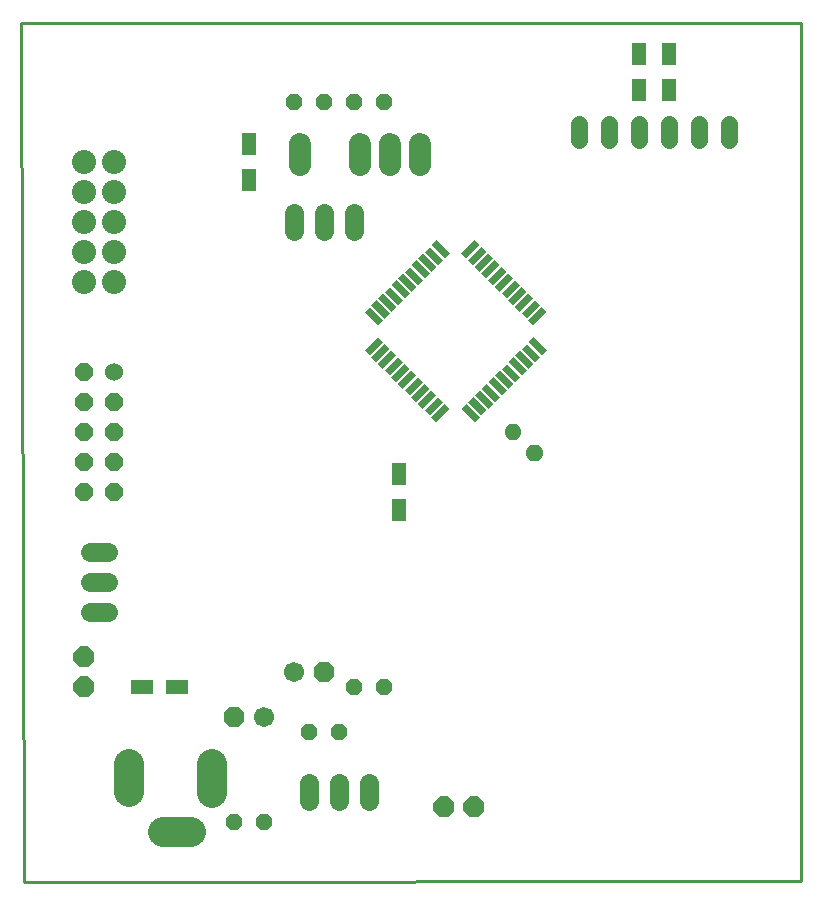
<source format=gbs>
G75*
%MOIN*%
%OFA0B0*%
%FSLAX25Y25*%
%IPPOS*%
%LPD*%
%AMOC8*
5,1,8,0,0,1.08239X$1,22.5*
%
%ADD10C,0.00000*%
%ADD11C,0.01000*%
%ADD12OC8,0.05600*%
%ADD13C,0.06700*%
%ADD14OC8,0.06700*%
%ADD15C,0.06000*%
%ADD16OC8,0.06000*%
%ADD17C,0.05600*%
%ADD18C,0.06400*%
%ADD19C,0.01120*%
%ADD20C,0.09849*%
%ADD21C,0.08000*%
%ADD22C,0.07400*%
%ADD23R,0.06306X0.02369*%
%ADD24R,0.02369X0.06306*%
%ADD25R,0.05124X0.07487*%
%ADD26OC8,0.07000*%
%ADD27R,0.07487X0.05124*%
D10*
X0248233Y0001984D02*
X0262233Y0002284D01*
D11*
X0003233Y0001984D02*
X0002133Y0288384D01*
X0262133Y0288384D01*
X0262233Y0002284D01*
X0003233Y0001984D01*
D12*
X0073233Y0021984D03*
X0083233Y0021984D03*
X0098233Y0051984D03*
X0108233Y0051984D03*
X0113233Y0066984D03*
X0123233Y0066984D03*
X0123233Y0261984D03*
X0113233Y0261984D03*
X0103233Y0261984D03*
X0093233Y0261984D03*
D13*
X0093233Y0071984D03*
X0083233Y0056984D03*
D14*
X0073233Y0056984D03*
X0103233Y0071984D03*
D15*
X0033233Y0171984D03*
D16*
X0023233Y0171984D03*
X0023233Y0161984D03*
X0023233Y0151984D03*
X0023233Y0141984D03*
X0023233Y0131984D03*
X0033233Y0131984D03*
X0033233Y0141984D03*
X0033233Y0151984D03*
X0033233Y0161984D03*
D17*
X0188233Y0249384D02*
X0188233Y0254584D01*
X0198233Y0254584D02*
X0198233Y0249384D01*
X0208233Y0249384D02*
X0208233Y0254584D01*
X0218233Y0254584D02*
X0218233Y0249384D01*
X0228233Y0249384D02*
X0228233Y0254584D01*
X0238233Y0254584D02*
X0238233Y0249384D01*
D18*
X0113233Y0224984D02*
X0113233Y0218984D01*
X0103233Y0218984D02*
X0103233Y0224984D01*
X0093233Y0224984D02*
X0093233Y0218984D01*
X0031233Y0111984D02*
X0025233Y0111984D01*
X0025233Y0101984D02*
X0031233Y0101984D01*
X0031233Y0091984D02*
X0025233Y0091984D01*
X0098233Y0034984D02*
X0098233Y0028984D01*
X0108233Y0028984D02*
X0108233Y0034984D01*
X0118233Y0034984D02*
X0118233Y0028984D01*
D19*
X0172701Y0146793D02*
X0172141Y0147353D01*
X0173997Y0147353D01*
X0175308Y0146042D01*
X0175308Y0144186D01*
X0173997Y0142875D01*
X0172141Y0142875D01*
X0170830Y0144186D01*
X0170830Y0146042D01*
X0172141Y0147353D01*
X0172489Y0146513D01*
X0173649Y0146513D01*
X0174468Y0145694D01*
X0174468Y0144534D01*
X0173649Y0143715D01*
X0172489Y0143715D01*
X0171670Y0144534D01*
X0171670Y0145694D01*
X0172489Y0146513D01*
X0172837Y0145673D01*
X0173301Y0145673D01*
X0173628Y0145346D01*
X0173628Y0144882D01*
X0173301Y0144555D01*
X0172837Y0144555D01*
X0172510Y0144882D01*
X0172510Y0145346D01*
X0172837Y0145673D01*
X0165630Y0153864D02*
X0165070Y0154424D01*
X0166926Y0154424D01*
X0168237Y0153113D01*
X0168237Y0151257D01*
X0166926Y0149946D01*
X0165070Y0149946D01*
X0163759Y0151257D01*
X0163759Y0153113D01*
X0165070Y0154424D01*
X0165418Y0153584D01*
X0166578Y0153584D01*
X0167397Y0152765D01*
X0167397Y0151605D01*
X0166578Y0150786D01*
X0165418Y0150786D01*
X0164599Y0151605D01*
X0164599Y0152765D01*
X0165418Y0153584D01*
X0165766Y0152744D01*
X0166230Y0152744D01*
X0166557Y0152417D01*
X0166557Y0151953D01*
X0166230Y0151626D01*
X0165766Y0151626D01*
X0165439Y0151953D01*
X0165439Y0152417D01*
X0165766Y0152744D01*
D20*
X0065633Y0041209D02*
X0065633Y0031760D01*
X0058921Y0018709D02*
X0049472Y0018709D01*
X0038055Y0031976D02*
X0038055Y0041425D01*
D21*
X0033233Y0201984D03*
X0023233Y0201984D03*
X0023233Y0211984D03*
X0023233Y0221984D03*
X0023233Y0231984D03*
X0023233Y0241984D03*
X0033233Y0241984D03*
X0033233Y0231984D03*
X0033233Y0221984D03*
X0033233Y0211984D03*
D22*
X0095202Y0241083D02*
X0095202Y0248083D01*
X0115202Y0248083D02*
X0115202Y0241083D01*
X0125202Y0241083D02*
X0125202Y0248083D01*
X0135202Y0248083D02*
X0135202Y0241083D01*
D23*
G36*
X0143350Y0209836D02*
X0138892Y0214294D01*
X0140566Y0215968D01*
X0145024Y0211510D01*
X0143350Y0209836D01*
G37*
G36*
X0141123Y0207609D02*
X0136665Y0212067D01*
X0138339Y0213741D01*
X0142797Y0209283D01*
X0141123Y0207609D01*
G37*
G36*
X0138896Y0205382D02*
X0134438Y0209840D01*
X0136112Y0211514D01*
X0140570Y0207056D01*
X0138896Y0205382D01*
G37*
G36*
X0136669Y0203155D02*
X0132211Y0207613D01*
X0133885Y0209287D01*
X0138343Y0204829D01*
X0136669Y0203155D01*
G37*
G36*
X0134441Y0200927D02*
X0129983Y0205385D01*
X0131657Y0207059D01*
X0136115Y0202601D01*
X0134441Y0200927D01*
G37*
G36*
X0132214Y0198700D02*
X0127756Y0203158D01*
X0129430Y0204832D01*
X0133888Y0200374D01*
X0132214Y0198700D01*
G37*
G36*
X0129987Y0196473D02*
X0125529Y0200931D01*
X0127203Y0202605D01*
X0131661Y0198147D01*
X0129987Y0196473D01*
G37*
G36*
X0127760Y0194246D02*
X0123302Y0198704D01*
X0124976Y0200378D01*
X0129434Y0195920D01*
X0127760Y0194246D01*
G37*
G36*
X0125533Y0192019D02*
X0121075Y0196477D01*
X0122749Y0198151D01*
X0127207Y0193693D01*
X0125533Y0192019D01*
G37*
G36*
X0123306Y0189792D02*
X0118848Y0194250D01*
X0120522Y0195924D01*
X0124980Y0191466D01*
X0123306Y0189792D01*
G37*
G36*
X0121079Y0187565D02*
X0116621Y0192023D01*
X0118295Y0193697D01*
X0122753Y0189239D01*
X0121079Y0187565D01*
G37*
G36*
X0153372Y0155272D02*
X0148914Y0159730D01*
X0150588Y0161404D01*
X0155046Y0156946D01*
X0153372Y0155272D01*
G37*
G36*
X0155599Y0157499D02*
X0151141Y0161957D01*
X0152815Y0163631D01*
X0157273Y0159173D01*
X0155599Y0157499D01*
G37*
G36*
X0157826Y0159726D02*
X0153368Y0164184D01*
X0155042Y0165858D01*
X0159500Y0161400D01*
X0157826Y0159726D01*
G37*
G36*
X0160053Y0161953D02*
X0155595Y0166411D01*
X0157269Y0168085D01*
X0161727Y0163627D01*
X0160053Y0161953D01*
G37*
G36*
X0162280Y0164180D02*
X0157822Y0168638D01*
X0159496Y0170312D01*
X0163954Y0165854D01*
X0162280Y0164180D01*
G37*
G36*
X0164507Y0166407D02*
X0160049Y0170865D01*
X0161723Y0172539D01*
X0166181Y0168081D01*
X0164507Y0166407D01*
G37*
G36*
X0166735Y0168634D02*
X0162277Y0173092D01*
X0163951Y0174766D01*
X0168409Y0170308D01*
X0166735Y0168634D01*
G37*
G36*
X0168962Y0170861D02*
X0164504Y0175319D01*
X0166178Y0176993D01*
X0170636Y0172535D01*
X0168962Y0170861D01*
G37*
G36*
X0171189Y0173089D02*
X0166731Y0177547D01*
X0168405Y0179221D01*
X0172863Y0174763D01*
X0171189Y0173089D01*
G37*
G36*
X0173416Y0175316D02*
X0168958Y0179774D01*
X0170632Y0181448D01*
X0175090Y0176990D01*
X0173416Y0175316D01*
G37*
G36*
X0175643Y0177543D02*
X0171185Y0182001D01*
X0172859Y0183675D01*
X0177317Y0179217D01*
X0175643Y0177543D01*
G37*
D24*
G36*
X0172859Y0187565D02*
X0171185Y0189239D01*
X0175643Y0193697D01*
X0177317Y0192023D01*
X0172859Y0187565D01*
G37*
G36*
X0170632Y0189792D02*
X0168958Y0191466D01*
X0173416Y0195924D01*
X0175090Y0194250D01*
X0170632Y0189792D01*
G37*
G36*
X0168405Y0192019D02*
X0166731Y0193693D01*
X0171189Y0198151D01*
X0172863Y0196477D01*
X0168405Y0192019D01*
G37*
G36*
X0166178Y0194246D02*
X0164504Y0195920D01*
X0168962Y0200378D01*
X0170636Y0198704D01*
X0166178Y0194246D01*
G37*
G36*
X0163951Y0196473D02*
X0162277Y0198147D01*
X0166735Y0202605D01*
X0168409Y0200931D01*
X0163951Y0196473D01*
G37*
G36*
X0161723Y0198700D02*
X0160049Y0200374D01*
X0164507Y0204832D01*
X0166181Y0203158D01*
X0161723Y0198700D01*
G37*
G36*
X0159496Y0200927D02*
X0157822Y0202601D01*
X0162280Y0207059D01*
X0163954Y0205385D01*
X0159496Y0200927D01*
G37*
G36*
X0157269Y0203155D02*
X0155595Y0204829D01*
X0160053Y0209287D01*
X0161727Y0207613D01*
X0157269Y0203155D01*
G37*
G36*
X0155042Y0205382D02*
X0153368Y0207056D01*
X0157826Y0211514D01*
X0159500Y0209840D01*
X0155042Y0205382D01*
G37*
G36*
X0152815Y0207609D02*
X0151141Y0209283D01*
X0155599Y0213741D01*
X0157273Y0212067D01*
X0152815Y0207609D01*
G37*
G36*
X0150588Y0209836D02*
X0148914Y0211510D01*
X0153372Y0215968D01*
X0155046Y0214294D01*
X0150588Y0209836D01*
G37*
G36*
X0118295Y0177543D02*
X0116621Y0179217D01*
X0121079Y0183675D01*
X0122753Y0182001D01*
X0118295Y0177543D01*
G37*
G36*
X0120522Y0175316D02*
X0118848Y0176990D01*
X0123306Y0181448D01*
X0124980Y0179774D01*
X0120522Y0175316D01*
G37*
G36*
X0122749Y0173089D02*
X0121075Y0174763D01*
X0125533Y0179221D01*
X0127207Y0177547D01*
X0122749Y0173089D01*
G37*
G36*
X0124976Y0170861D02*
X0123302Y0172535D01*
X0127760Y0176993D01*
X0129434Y0175319D01*
X0124976Y0170861D01*
G37*
G36*
X0127203Y0168634D02*
X0125529Y0170308D01*
X0129987Y0174766D01*
X0131661Y0173092D01*
X0127203Y0168634D01*
G37*
G36*
X0129430Y0166407D02*
X0127756Y0168081D01*
X0132214Y0172539D01*
X0133888Y0170865D01*
X0129430Y0166407D01*
G37*
G36*
X0131657Y0164180D02*
X0129983Y0165854D01*
X0134441Y0170312D01*
X0136115Y0168638D01*
X0131657Y0164180D01*
G37*
G36*
X0133885Y0161953D02*
X0132211Y0163627D01*
X0136669Y0168085D01*
X0138343Y0166411D01*
X0133885Y0161953D01*
G37*
G36*
X0136112Y0159726D02*
X0134438Y0161400D01*
X0138896Y0165858D01*
X0140570Y0164184D01*
X0136112Y0159726D01*
G37*
G36*
X0138339Y0157499D02*
X0136665Y0159173D01*
X0141123Y0163631D01*
X0142797Y0161957D01*
X0138339Y0157499D01*
G37*
G36*
X0140566Y0155272D02*
X0138892Y0156946D01*
X0143350Y0161404D01*
X0145024Y0159730D01*
X0140566Y0155272D01*
G37*
D25*
X0128233Y0137886D03*
X0128233Y0126083D03*
X0078233Y0236083D03*
X0078233Y0247886D03*
X0208233Y0266083D03*
X0218233Y0266083D03*
X0218233Y0277886D03*
X0208233Y0277886D03*
D26*
X0023233Y0076984D03*
X0023233Y0066984D03*
X0143233Y0026984D03*
X0153233Y0026984D03*
D27*
X0054135Y0066984D03*
X0042332Y0066984D03*
M02*

</source>
